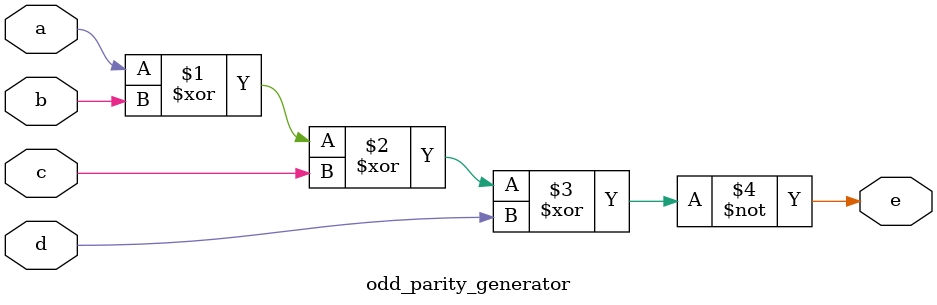
<source format=v>
`timescale 1ns / 1ps
module odd_parity_generator(a, b, c, d, e);
    input a, b, c, d;
    output e;
    assign e = ~(a ^ b ^ c ^ d);
endmodule
</source>
